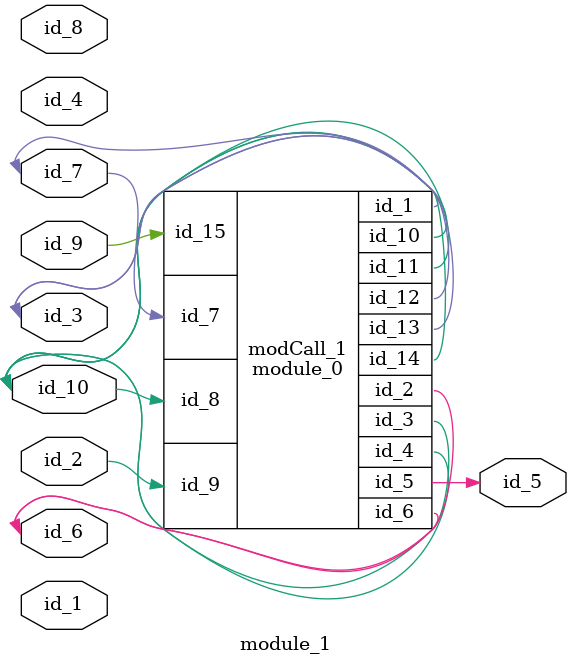
<source format=v>
module module_0 (
    id_1,
    id_2,
    id_3,
    id_4,
    id_5,
    id_6,
    id_7,
    id_8,
    id_9,
    id_10,
    id_11,
    id_12,
    id_13,
    id_14,
    id_15
);
  input wire id_15;
  inout wire id_14;
  output wire id_13;
  inout wire id_12;
  output wire id_11;
  inout wire id_10;
  input wire id_9;
  input wire id_8;
  input wire id_7;
  inout wire id_6;
  output wire id_5;
  output wire id_4;
  inout wire id_3;
  inout wire id_2;
  output wire id_1;
endmodule
module module_1 (
    id_1,
    id_2,
    id_3,
    id_4,
    id_5,
    id_6,
    id_7,
    id_8,
    id_9,
    id_10
);
  inout wire id_10;
  input wire id_9;
  input wire id_8;
  inout wire id_7;
  inout wire id_6;
  output wire id_5;
  input wire id_4;
  inout wire id_3;
  input wire id_2;
  inout wire id_1;
  module_0 modCall_1 (
      id_7,
      id_6,
      id_10,
      id_10,
      id_5,
      id_6,
      id_7,
      id_10,
      id_2,
      id_10,
      id_10,
      id_3,
      id_3,
      id_10,
      id_9
  );
endmodule

</source>
